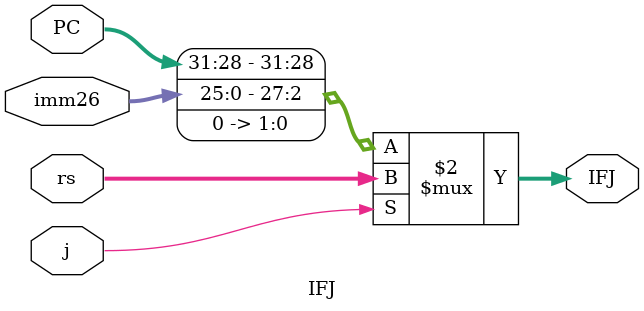
<source format=v>
module IFJ (input [31:28] PC,
            input [25:0] imm26,
            input [31:0] rs,
            input j,
            output [31:0] IFJ);
assign IFJ = ((j == 1'b0)?{PC[31:28],imm26[25:0],2'b00}:rs);
endmodule

</source>
